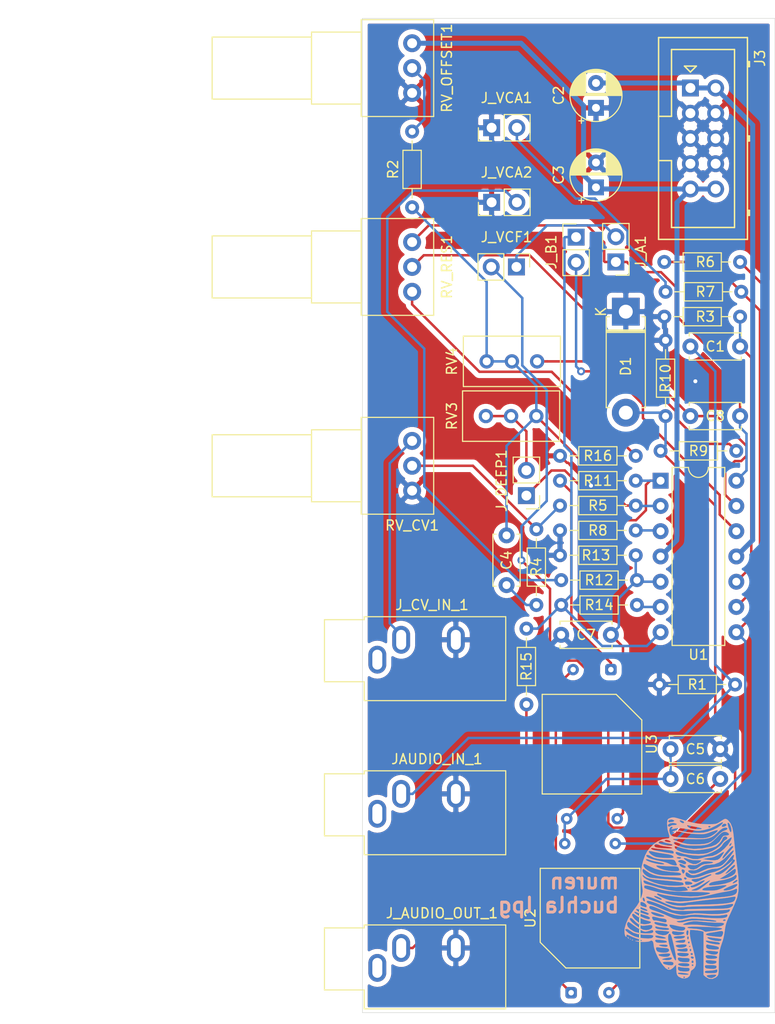
<source format=kicad_pcb>
(kicad_pcb (version 20171130) (host pcbnew 5.1.4)
  (layers (0 F.Cu signal) (31 B.Cu signal) (34 B.Paste user) (35 F.Paste user) (36 B.SilkS user) (37 F.SilkS user) (38 B.Mask user) (39 F.Mask user) (44 Edge.Cuts user))
  (net 0 "")
  (net 1 "Net-(C1-Pad2)")
  (net 2 "Net-(C1-Pad1)")
  (net 3 -12V)
  (net 4 GND)
  (net 5 +12V)
  (net 6 "Net-(C4-Pad2)")
  (net 7 "Net-(C4-Pad1)")
  (net 8 "Net-(C5-Pad1)")
  (net 9 "Net-(C6-Pad1)")
  (net 10 "Net-(C7-Pad1)")
  (net 11 "Net-(C8-Pad2)")
  (net 12 "Net-(C8-Pad1)")
  (net 13 "Net-(D1-Pad2)")
  (net 14 "Net-(R2-Pad2)")
  (net 15 "Net-(R4-Pad2)")
  (net 16 "Net-(R6-Pad2)")
  (net 17 "Net-(R6-Pad1)")
  (net 18 "Net-(R8-Pad1)")
  (net 19 "Net-(R9-Pad2)")
  (net 20 "Net-(R11-Pad2)")
  (net 21 "Net-(R14-Pad2)")
  (net 22 "Net-(R16-Pad1)")
  (net 23 "Net-(U2-Pad1)")
  (net 24 "Net-(J_A1-Pad2)")
  (net 25 "Net-(J_B1-Pad2)")
  (net 26 "Net-(J_B1-Pad1)")
  (net 27 "Net-(J_DEEP1-Pad2)")
  (net 28 "Net-(J_DEEP1-Pad1)")
  (net 29 "Net-(J_VCA1-Pad2)")
  (net 30 "Net-(J_VCA2-Pad2)")
  (net 31 "Net-(J_AUDIO_OUT_1-PadT)")
  (net 32 "Net-(J_AUDIO_OUT_1-PadS)")
  (net 33 "Net-(J_CV_IN_1-PadT)")
  (net 34 "Net-(J_CV_IN_1-PadS)")
  (net 35 "Net-(JAUDIO_IN_1-PadS)")
  (module fox_small (layer B.Cu) (at 129 142.5 180)
    (fp_text reference G*** hide)
    (fp_text value LOGO hide)
  )
  (module Connector_PinHeader_2.54mm:PinHeader_1x02_P2.54mm_Vertical (layer F.Cu) (at 112 79 270)
    (fp_text reference J_VCF1 (at -3 1 180) (layer F.SilkS))
    (fp_text value vcf)
    (pad 2 thru_hole oval (at 0 2.54 270) (size 1.7 1.7) (drill 1) (layers *.Cu *.Mask) (net 9 "Net-(C6-Pad1)"))
    (pad 1 thru_hole rect (at 0 0 270) (size 1.7 1.7) (drill 1) (layers *.Cu *.Mask) (net 24 "Net-(J_A1-Pad2)"))
  )
  (module Connector_Multicomp:Multicomp_MC9A12-1034_2x05_P2.54mm_Vertical (layer F.Cu) (at 129.5 61 270)
    (fp_text reference J3 (at -3 -7 90) (layer F.SilkS))
    (fp_text value Conn_02x05_Odd_Even)
    (pad 10 thru_hole circle (at 10.16 -2.54 270) (size 1.7 1.7) (drill 1) (layers *.Cu *.Mask) (net 5 +12V))
    (pad 9 thru_hole circle (at 10.16 0 270) (size 1.7 1.7) (drill 1) (layers *.Cu *.Mask) (net 5 +12V))
    (pad 8 thru_hole circle (at 7.62 -2.54 270) (size 1.7 1.7) (drill 1) (layers *.Cu *.Mask) (net 4 GND))
    (pad 7 thru_hole circle (at 7.62 0 270) (size 1.7 1.7) (drill 1) (layers *.Cu *.Mask) (net 4 GND))
    (pad 6 thru_hole circle (at 5.08 -2.54 270) (size 1.7 1.7) (drill 1) (layers *.Cu *.Mask) (net 4 GND))
    (pad 5 thru_hole circle (at 5.08 0 270) (size 1.7 1.7) (drill 1) (layers *.Cu *.Mask) (net 4 GND))
    (pad 4 thru_hole circle (at 2.54 -2.54 270) (size 1.7 1.7) (drill 1) (layers *.Cu *.Mask) (net 4 GND))
    (pad 3 thru_hole circle (at 2.54 0 270) (size 1.7 1.7) (drill 1) (layers *.Cu *.Mask) (net 4 GND))
    (pad 2 thru_hole circle (at 0 -2.54 270) (size 1.7 1.7) (drill 1) (layers *.Cu *.Mask) (net 3 -12V))
    (pad 1 thru_hole rect (at 0 0 270) (size 1.7 1.7) (drill 1) (layers *.Cu *.Mask) (net 3 -12V))
  )
  (module OptoDevice:PerkinElmer_VTL5C (layer F.Cu) (at 121.5 119.5 270)
    (fp_text reference U3 (at 7.5 -4.1 90) (layer F.SilkS))
    (fp_text value VTL5C)
    (pad 2 thru_hole circle (at 0 3.8 270) (size 1.15 1.15) (drill 0.55) (layers *.Cu *.Mask) (net 23 "Net-(U2-Pad1)"))
    (pad 4 thru_hole circle (at 15 4.44 270) (size 1.15 1.15) (drill 0.55) (layers *.Cu *.Mask) (net 8 "Net-(C5-Pad1)"))
    (pad 3 thru_hole circle (at 15 -0.64 270) (size 1.15 1.15) (drill 0.55) (layers *.Cu *.Mask) (net 10 "Net-(C7-Pad1)"))
    (pad 1 thru_hole roundrect (at 0 0 270) (size 1.15 1.15) (drill 0.55) (layers *.Cu *.Mask) (net 20 "Net-(R11-Pad2)"))
  )
  (module OptoDevice:PerkinElmer_VTL5C (layer F.Cu) (at 117.5 152 90)
    (fp_text reference U2 (at 7.5 -4.1 90) (layer F.SilkS))
    (fp_text value VTL5C)
    (pad 2 thru_hole circle (at 0 3.8 90) (size 1.15 1.15) (drill 0.55) (layers *.Cu *.Mask) (net 13 "Net-(D1-Pad2)"))
    (pad 4 thru_hole circle (at 15 4.44 90) (size 1.15 1.15) (drill 0.55) (layers *.Cu *.Mask) (net 17 "Net-(R6-Pad1)"))
    (pad 3 thru_hole circle (at 15 -0.64 90) (size 1.15 1.15) (drill 0.55) (layers *.Cu *.Mask) (net 8 "Net-(C5-Pad1)"))
    (pad 1 thru_hole roundrect (at 0 0 90) (size 1.15 1.15) (drill 0.55) (layers *.Cu *.Mask) (net 23 "Net-(U2-Pad1)"))
  )
  (module Package_DIP:DIP-14_W7.62mm (layer F.Cu) (at 126.5 100.5)
    (fp_text reference U1 (at 3.81 17.5) (layer F.SilkS))
    (fp_text value TL084)
    (pad 14 thru_hole oval (at 7.62 0) (size 1.6 1.6) (drill 0.8) (layers *.Cu *.Mask) (net 12 "Net-(C8-Pad1)"))
    (pad 7 thru_hole oval (at 0 15.24) (size 1.6 1.6) (drill 0.8) (layers *.Cu *.Mask) (net 26 "Net-(J_B1-Pad1)"))
    (pad 13 thru_hole oval (at 7.62 2.54) (size 1.6 1.6) (drill 0.8) (layers *.Cu *.Mask) (net 11 "Net-(C8-Pad2)"))
    (pad 6 thru_hole oval (at 0 12.7) (size 1.6 1.6) (drill 0.8) (layers *.Cu *.Mask) (net 21 "Net-(R14-Pad2)"))
    (pad 12 thru_hole oval (at 7.62 5.08) (size 1.6 1.6) (drill 0.8) (layers *.Cu *.Mask) (net 25 "Net-(J_B1-Pad2)"))
    (pad 5 thru_hole oval (at 0 10.16) (size 1.6 1.6) (drill 0.8) (layers *.Cu *.Mask) (net 10 "Net-(C7-Pad1)"))
    (pad 11 thru_hole oval (at 7.62 7.62) (size 1.6 1.6) (drill 0.8) (layers *.Cu *.Mask) (net 3 -12V))
    (pad 4 thru_hole oval (at 0 7.62) (size 1.6 1.6) (drill 0.8) (layers *.Cu *.Mask) (net 5 +12V))
    (pad 10 thru_hole oval (at 7.62 10.16) (size 1.6 1.6) (drill 0.8) (layers *.Cu *.Mask) (net 2 "Net-(C1-Pad1)"))
    (pad 3 thru_hole oval (at 0 5.08) (size 1.6 1.6) (drill 0.8) (layers *.Cu *.Mask) (net 18 "Net-(R8-Pad1)"))
    (pad 9 thru_hole oval (at 7.62 12.7) (size 1.6 1.6) (drill 0.8) (layers *.Cu *.Mask) (net 16 "Net-(R6-Pad2)"))
    (pad 2 thru_hole oval (at 0 2.54) (size 1.6 1.6) (drill 0.8) (layers *.Cu *.Mask) (net 7 "Net-(C4-Pad1)"))
    (pad 8 thru_hole oval (at 7.62 15.24) (size 1.6 1.6) (drill 0.8) (layers *.Cu *.Mask) (net 17 "Net-(R6-Pad1)"))
    (pad 1 thru_hole rect (at 0 0) (size 1.6 1.6) (drill 0.8) (layers *.Cu *.Mask) (net 28 "Net-(J_DEEP1-Pad1)"))
  )
  (module Potentiometer_THT:Potentiometer_Alps_RK097_Single_Horizontal (layer F.Cu) (at 101.5 76.5 180)
    (fp_text reference RV_RES1 (at -3.5 -2.5 90) (layer F.SilkS))
    (fp_text value 100k)
    (pad 1 thru_hole circle (at 0 0 180) (size 1.8 1.8) (drill 1) (layers *.Cu *.Mask) (net 12 "Net-(C8-Pad1)"))
    (pad 2 thru_hole circle (at 0 -2.5 180) (size 1.8 1.8) (drill 1) (layers *.Cu *.Mask) (net 11 "Net-(C8-Pad2)"))
    (pad 3 thru_hole circle (at 0 -5 180) (size 1.8 1.8) (drill 1) (layers *.Cu *.Mask) (net 22 "Net-(R16-Pad1)"))
  )
  (module Potentiometer_THT:Potentiometer_Bourns_3296W_Vertical (layer F.Cu) (at 114 94)
    (fp_text reference RV4 (at -8.5 -5.5 90) (layer F.SilkS))
    (fp_text value R_POT_TRIM)
    (pad 3 thru_hole circle (at -5.08 0) (size 1.44 1.44) (drill 0.8) (layers *.Cu *.Mask) (net 27 "Net-(J_DEEP1-Pad2)"))
    (pad 2 thru_hole circle (at -2.54 0) (size 1.44 1.44) (drill 0.8) (layers *.Cu *.Mask) (net 27 "Net-(J_DEEP1-Pad2)"))
    (pad 1 thru_hole circle (at 0 0) (size 1.44 1.44) (drill 0.8) (layers *.Cu *.Mask) (net 7 "Net-(C4-Pad1)"))
  )
  (module Potentiometer_THT:Potentiometer_Bourns_3296W_Vertical (layer F.Cu) (at 109 88.5 180)
    (fp_text reference RV3 (at 3.5 -5.5 90) (layer F.SilkS))
    (fp_text value R_POT_TRIM)
    (pad 3 thru_hole circle (at -5.08 0 180) (size 1.44 1.44) (drill 0.8) (layers *.Cu *.Mask) (net 19 "Net-(R9-Pad2)"))
    (pad 2 thru_hole circle (at -2.54 0 180) (size 1.44 1.44) (drill 0.8) (layers *.Cu *.Mask) (net 7 "Net-(C4-Pad1)"))
    (pad 1 thru_hole circle (at 0 0 180) (size 1.44 1.44) (drill 0.8) (layers *.Cu *.Mask) (net 7 "Net-(C4-Pad1)"))
  )
  (module Potentiometer_THT:Potentiometer_Alps_RK097_Single_Horizontal (layer F.Cu) (at 101.5 96.5 180)
    (fp_text reference RV_CV1 (at 0 -8.5) (layer F.SilkS))
    (fp_text value 100k)
    (pad 1 thru_hole circle (at 0 0 180) (size 1.8 1.8) (drill 1) (layers *.Cu *.Mask) (net 33 "Net-(J_CV_IN_1-PadT)"))
    (pad 2 thru_hole circle (at 0 -2.5 180) (size 1.8 1.8) (drill 1) (layers *.Cu *.Mask) (net 15 "Net-(R4-Pad2)"))
    (pad 3 thru_hole circle (at 0 -5 180) (size 1.8 1.8) (drill 1) (layers *.Cu *.Mask) (net 4 GND))
  )
  (module Potentiometer_THT:Potentiometer_Alps_RK097_Single_Horizontal (layer F.Cu) (at 101.5 56.5 180)
    (fp_text reference RV_OFFSET1 (at -3.5 -2.5 90) (layer F.SilkS))
    (fp_text value 100k)
    (pad 1 thru_hole circle (at 0 0 180) (size 1.8 1.8) (drill 1) (layers *.Cu *.Mask) (net 5 +12V))
    (pad 2 thru_hole circle (at 0 -2.5 180) (size 1.8 1.8) (drill 1) (layers *.Cu *.Mask) (net 14 "Net-(R2-Pad2)"))
    (pad 3 thru_hole circle (at 0 -5 180) (size 1.8 1.8) (drill 1) (layers *.Cu *.Mask) (net 4 GND))
  )
  (module Resistor_THT:R_Axial_DIN0204_L3.6mm_D1.6mm_P7.62mm_Horizontal (layer F.Cu) (at 124 98 180)
    (fp_text reference R16 (at 3.81 0) (layer F.SilkS))
    (fp_text value 100k)
    (pad 2 thru_hole oval (at 7.62 0 180) (size 1.4 1.4) (drill 0.7) (layers *.Cu *.Mask) (net 4 GND))
    (pad 1 thru_hole circle (at 0 0 180) (size 1.4 1.4) (drill 0.7) (layers *.Cu *.Mask) (net 22 "Net-(R16-Pad1)"))
  )
  (module Resistor_THT:R_Axial_DIN0204_L3.6mm_D1.6mm_P7.62mm_Horizontal (layer F.Cu) (at 113 123 90)
    (fp_text reference R15 (at 3.81 0 90) (layer F.SilkS))
    (fp_text value 1k)
    (pad 2 thru_hole oval (at 7.62 0 90) (size 1.4 1.4) (drill 0.7) (layers *.Cu *.Mask) (net 26 "Net-(J_B1-Pad1)"))
    (pad 1 thru_hole circle (at 0 0 90) (size 1.4 1.4) (drill 0.7) (layers *.Cu *.Mask) (net 31 "Net-(J_AUDIO_OUT_1-PadT)"))
  )
  (module Resistor_THT:R_Axial_DIN0204_L3.6mm_D1.6mm_P7.62mm_Horizontal (layer F.Cu) (at 116.5 113)
    (fp_text reference R14 (at 3.81 0) (layer F.SilkS))
    (fp_text value 10k)
    (pad 2 thru_hole oval (at 7.62 0) (size 1.4 1.4) (drill 0.7) (layers *.Cu *.Mask) (net 21 "Net-(R14-Pad2)"))
    (pad 1 thru_hole circle (at 0 0) (size 1.4 1.4) (drill 0.7) (layers *.Cu *.Mask) (net 26 "Net-(J_B1-Pad1)"))
  )
  (module Resistor_THT:R_Axial_DIN0204_L3.6mm_D1.6mm_P7.62mm_Horizontal (layer F.Cu) (at 124 108 180)
    (fp_text reference R13 (at 4 0) (layer F.SilkS))
    (fp_text value 4.7M)
    (pad 2 thru_hole oval (at 7.62 0 180) (size 1.4 1.4) (drill 0.7) (layers *.Cu *.Mask) (net 4 GND))
    (pad 1 thru_hole circle (at 0 0 180) (size 1.4 1.4) (drill 0.7) (layers *.Cu *.Mask) (net 10 "Net-(C7-Pad1)"))
  )
  (module Resistor_THT:R_Axial_DIN0204_L3.6mm_D1.6mm_P7.62mm_Horizontal (layer F.Cu) (at 116.5 110.5)
    (fp_text reference R12 (at 3.81 0) (layer F.SilkS))
    (fp_text value 10k)
    (pad 2 thru_hole oval (at 7.62 0) (size 1.4 1.4) (drill 0.7) (layers *.Cu *.Mask) (net 10 "Net-(C7-Pad1)"))
    (pad 1 thru_hole circle (at 0 0) (size 1.4 1.4) (drill 0.7) (layers *.Cu *.Mask) (net 30 "Net-(J_VCA2-Pad2)"))
  )
  (module Resistor_THT:R_Axial_DIN0204_L3.6mm_D1.6mm_P7.62mm_Horizontal (layer F.Cu) (at 124 100.5 180)
    (fp_text reference R11 (at 3.81 0) (layer F.SilkS))
    (fp_text value 470)
    (pad 2 thru_hole oval (at 7.62 0 180) (size 1.4 1.4) (drill 0.7) (layers *.Cu *.Mask) (net 20 "Net-(R11-Pad2)"))
    (pad 1 thru_hole circle (at 0 0 180) (size 1.4 1.4) (drill 0.7) (layers *.Cu *.Mask) (net 28 "Net-(J_DEEP1-Pad1)"))
  )
  (module Resistor_THT:R_Axial_DIN0204_L3.6mm_D1.6mm_P7.62mm_Horizontal (layer F.Cu) (at 127 94 90)
    (fp_text reference R10 (at 3.81 0 90) (layer F.SilkS))
    (fp_text value 100k)
    (pad 2 thru_hole oval (at 7.62 0 90) (size 1.4 1.4) (drill 0.7) (layers *.Cu *.Mask) (net 4 GND))
    (pad 1 thru_hole circle (at 0 0 90) (size 1.4 1.4) (drill 0.7) (layers *.Cu *.Mask) (net 13 "Net-(D1-Pad2)"))
  )
  (module Resistor_THT:R_Axial_DIN0204_L3.6mm_D1.6mm_P7.62mm_Horizontal (layer F.Cu) (at 126.5 97.5)
    (fp_text reference R9 (at 3.81 0) (layer F.SilkS))
    (fp_text value 33k)
    (pad 2 thru_hole oval (at 7.62 0) (size 1.4 1.4) (drill 0.7) (layers *.Cu *.Mask) (net 19 "Net-(R9-Pad2)"))
    (pad 1 thru_hole circle (at 0 0) (size 1.4 1.4) (drill 0.7) (layers *.Cu *.Mask) (net 13 "Net-(D1-Pad2)"))
  )
  (module Resistor_THT:R_Axial_DIN0204_L3.6mm_D1.6mm_P7.62mm_Horizontal (layer F.Cu) (at 124 105.5 180)
    (fp_text reference R8 (at 3.81 0) (layer F.SilkS))
    (fp_text value 10k)
    (pad 2 thru_hole oval (at 7.62 0 180) (size 1.4 1.4) (drill 0.7) (layers *.Cu *.Mask) (net 4 GND))
    (pad 1 thru_hole circle (at 0 0 180) (size 1.4 1.4) (drill 0.7) (layers *.Cu *.Mask) (net 18 "Net-(R8-Pad1)"))
  )
  (module Resistor_THT:R_Axial_DIN0204_L3.6mm_D1.6mm_P7.62mm_Horizontal (layer F.Cu) (at 127 81.5)
    (fp_text reference R7 (at 4 0) (layer F.SilkS))
    (fp_text value 15k)
    (pad 2 thru_hole oval (at 7.62 0) (size 1.4 1.4) (drill 0.7) (layers *.Cu *.Mask) (net 16 "Net-(R6-Pad2)"))
    (pad 1 thru_hole circle (at 0 0) (size 1.4 1.4) (drill 0.7) (layers *.Cu *.Mask) (net 29 "Net-(J_VCA1-Pad2)"))
  )
  (module Resistor_THT:R_Axial_DIN0204_L3.6mm_D1.6mm_P7.62mm_Horizontal (layer F.Cu) (at 134.5 78.5 180)
    (fp_text reference R6 (at 3.5 0) (layer F.SilkS))
    (fp_text value 15k)
    (pad 2 thru_hole oval (at 7.62 0 180) (size 1.4 1.4) (drill 0.7) (layers *.Cu *.Mask) (net 16 "Net-(R6-Pad2)"))
    (pad 1 thru_hole circle (at 0 0 180) (size 1.4 1.4) (drill 0.7) (layers *.Cu *.Mask) (net 17 "Net-(R6-Pad1)"))
  )
  (module Resistor_THT:R_Axial_DIN0204_L3.6mm_D1.6mm_P7.62mm_Horizontal (layer F.Cu) (at 124 103 180)
    (fp_text reference R5 (at 3.81 0) (layer F.SilkS))
    (fp_text value 100k)
    (pad 2 thru_hole oval (at 7.62 0 180) (size 1.4 1.4) (drill 0.7) (layers *.Cu *.Mask) (net 15 "Net-(R4-Pad2)"))
    (pad 1 thru_hole circle (at 0 0 180) (size 1.4 1.4) (drill 0.7) (layers *.Cu *.Mask) (net 7 "Net-(C4-Pad1)"))
  )
  (module Resistor_THT:R_Axial_DIN0204_L3.6mm_D1.6mm_P7.62mm_Horizontal (layer F.Cu) (at 114 113 90)
    (fp_text reference R4 (at 3.81 0 90) (layer F.SilkS))
    (fp_text value 470k)
    (pad 2 thru_hole oval (at 7.62 0 90) (size 1.4 1.4) (drill 0.7) (layers *.Cu *.Mask) (net 15 "Net-(R4-Pad2)"))
    (pad 1 thru_hole circle (at 0 0 90) (size 1.4 1.4) (drill 0.7) (layers *.Cu *.Mask) (net 6 "Net-(C4-Pad2)"))
  )
  (module Resistor_THT:R_Axial_DIN0204_L3.6mm_D1.6mm_P7.62mm_Horizontal (layer F.Cu) (at 134.5 84 180)
    (fp_text reference R3 (at 3.5 0) (layer F.SilkS))
    (fp_text value 100k)
    (pad 2 thru_hole oval (at 7.62 0 180) (size 1.4 1.4) (drill 0.7) (layers *.Cu *.Mask) (net 4 GND))
    (pad 1 thru_hole circle (at 0 0 180) (size 1.4 1.4) (drill 0.7) (layers *.Cu *.Mask) (net 2 "Net-(C1-Pad1)"))
  )
  (module Resistor_THT:R_Axial_DIN0204_L3.6mm_D1.6mm_P7.62mm_Horizontal (layer F.Cu) (at 101.5 73 90)
    (fp_text reference R2 (at 3.81 -1.92 90) (layer F.SilkS))
    (fp_text value 150k)
    (pad 2 thru_hole oval (at 7.62 0 90) (size 1.4 1.4) (drill 0.7) (layers *.Cu *.Mask) (net 14 "Net-(R2-Pad2)"))
    (pad 1 thru_hole circle (at 0 0 90) (size 1.4 1.4) (drill 0.7) (layers *.Cu *.Mask) (net 7 "Net-(C4-Pad1)"))
  )
  (module Resistor_THT:R_Axial_DIN0204_L3.6mm_D1.6mm_P7.62mm_Horizontal (layer F.Cu) (at 134 121 180)
    (fp_text reference R1 (at 3.81 0) (layer F.SilkS))
    (fp_text value 100k)
    (pad 2 thru_hole oval (at 7.62 0 180) (size 1.4 1.4) (drill 0.7) (layers *.Cu *.Mask) (net 4 GND))
    (pad 1 thru_hole circle (at 0 0 180) (size 1.4 1.4) (drill 0.7) (layers *.Cu *.Mask) (net 1 "Net-(C1-Pad2)"))
  )
  (module Connector_Audio:Jack_3.5mm_CUI_SJ1-3533NG_Horizontal (layer F.Cu) (at 98 149.5 90)
    (fp_text reference J_AUDIO_OUT_1 (at 5.5 6.5 180) (layer F.SilkS))
    (fp_text value "Audio out")
    (pad R thru_hole oval (at 2 7.9 90) (size 2.8 1.8) (drill oval 2 1) (layers *.Cu *.Mask) (net 4 GND))
    (pad T thru_hole oval (at 2 2.4 90) (size 2.8 1.8) (drill oval 2 1) (layers *.Cu *.Mask) (net 31 "Net-(J_AUDIO_OUT_1-PadT)"))
    (pad S thru_hole oval (at 0 0 90) (size 2.8 1.8) (drill oval 2 1) (layers *.Cu *.Mask) (net 32 "Net-(J_AUDIO_OUT_1-PadS)"))
  )
  (module Connector_PinHeader_2.54mm:PinHeader_1x02_P2.54mm_Vertical (layer F.Cu) (at 122 78.5 180)
    (fp_text reference J_A1 (at -2.5 1 90) (layer F.SilkS))
    (fp_text value jpa)
    (pad 2 thru_hole oval (at 0 2.54 180) (size 1.7 1.7) (drill 1) (layers *.Cu *.Mask) (net 24 "Net-(J_A1-Pad2)"))
    (pad 1 thru_hole rect (at 0 0 180) (size 1.7 1.7) (drill 1) (layers *.Cu *.Mask) (net 12 "Net-(C8-Pad1)"))
  )
  (module Connector_PinHeader_2.54mm:PinHeader_1x02_P2.54mm_Vertical (layer F.Cu) (at 118 76)
    (fp_text reference J_B1 (at -2.5 1.5 90) (layer F.SilkS))
    (fp_text value jpb)
    (pad 2 thru_hole oval (at 0 2.54) (size 1.7 1.7) (drill 1) (layers *.Cu *.Mask) (net 25 "Net-(J_B1-Pad2)"))
    (pad 1 thru_hole rect (at 0 0) (size 1.7 1.7) (drill 1) (layers *.Cu *.Mask) (net 26 "Net-(J_B1-Pad1)"))
  )
  (module Connector_PinHeader_2.54mm:PinHeader_1x02_P2.54mm_Vertical (layer F.Cu) (at 109.5 72.5 90)
    (fp_text reference J_VCA2 (at 3 1.5 180) (layer F.SilkS))
    (fp_text value vca2)
    (pad 2 thru_hole oval (at 0 2.54 90) (size 1.7 1.7) (drill 1) (layers *.Cu *.Mask) (net 30 "Net-(J_VCA2-Pad2)"))
    (pad 1 thru_hole rect (at 0 0 90) (size 1.7 1.7) (drill 1) (layers *.Cu *.Mask) (net 4 GND))
  )
  (module Connector_PinHeader_2.54mm:PinHeader_1x02_P2.54mm_Vertical (layer F.Cu) (at 113 102 180)
    (fp_text reference J_DEEP1 (at 2.5 1.5 90) (layer F.SilkS))
    (fp_text value deep)
    (pad 2 thru_hole oval (at 0 2.54 180) (size 1.7 1.7) (drill 1) (layers *.Cu *.Mask) (net 27 "Net-(J_DEEP1-Pad2)"))
    (pad 1 thru_hole rect (at 0 0 180) (size 1.7 1.7) (drill 1) (layers *.Cu *.Mask) (net 28 "Net-(J_DEEP1-Pad1)"))
  )
  (module Connector_PinHeader_2.54mm:PinHeader_1x02_P2.54mm_Vertical (layer F.Cu) (at 109.5 65 90)
    (fp_text reference J_VCA1 (at 3 1.5 180) (layer F.SilkS))
    (fp_text value vca1)
    (pad 2 thru_hole oval (at 0 2.54 90) (size 1.7 1.7) (drill 1) (layers *.Cu *.Mask) (net 29 "Net-(J_VCA1-Pad2)"))
    (pad 1 thru_hole rect (at 0 0 90) (size 1.7 1.7) (drill 1) (layers *.Cu *.Mask) (net 4 GND))
  )
  (module Connector_Audio:Jack_3.5mm_CUI_SJ1-3533NG_Horizontal (layer F.Cu) (at 98 118.5 90)
    (fp_text reference J_CV_IN_1 (at 5.5 5.5 180) (layer F.SilkS))
    (fp_text value "CV In")
    (pad R thru_hole oval (at 2 7.9 90) (size 2.8 1.8) (drill oval 2 1) (layers *.Cu *.Mask) (net 4 GND))
    (pad T thru_hole oval (at 2 2.4 90) (size 2.8 1.8) (drill oval 2 1) (layers *.Cu *.Mask) (net 33 "Net-(J_CV_IN_1-PadT)"))
    (pad S thru_hole oval (at 0 0 90) (size 2.8 1.8) (drill oval 2 1) (layers *.Cu *.Mask) (net 34 "Net-(J_CV_IN_1-PadS)"))
  )
  (module Connector_Audio:Jack_3.5mm_CUI_SJ1-3533NG_Horizontal (layer F.Cu) (at 98 134 90)
    (fp_text reference JAUDIO_IN_1 (at 5.5 6 180) (layer F.SilkS))
    (fp_text value "Audio In")
    (pad R thru_hole oval (at 2 7.9 90) (size 2.8 1.8) (drill oval 2 1) (layers *.Cu *.Mask) (net 4 GND))
    (pad T thru_hole oval (at 2 2.4 90) (size 2.8 1.8) (drill oval 2 1) (layers *.Cu *.Mask) (net 1 "Net-(C1-Pad2)"))
    (pad S thru_hole oval (at 0 0 90) (size 2.8 1.8) (drill oval 2 1) (layers *.Cu *.Mask) (net 35 "Net-(JAUDIO_IN_1-PadS)"))
  )
  (module Diode_THT:D_5W_P10.16mm_Horizontal (layer F.Cu) (at 123 83.5 270)
    (fp_text reference D1 (at 5.5 0 90) (layer F.SilkS))
    (fp_text value "D_Zener 3.9v")
    (fp_text user K (at 0 2.5 90) (layer F.SilkS))
    (pad 2 thru_hole oval (at 10.16 0 270) (size 2.8 2.8) (drill 1.4) (layers *.Cu *.Mask) (net 13 "Net-(D1-Pad2)"))
    (pad 1 thru_hole rect (at 0 0 270) (size 2.8 2.8) (drill 1.4) (layers *.Cu *.Mask) (net 4 GND))
  )
  (module Capacitor_THT:C_Disc_D5.0mm_W2.5mm_P5.00mm (layer F.Cu) (at 134.5 94 180)
    (fp_text reference C8 (at 2.5 0) (layer F.SilkS))
    (fp_text value 220pf)
    (pad 2 thru_hole circle (at 5 0 180) (size 1.6 1.6) (drill 0.8) (layers *.Cu *.Mask) (net 11 "Net-(C8-Pad2)"))
    (pad 1 thru_hole circle (at 0 0 180) (size 1.6 1.6) (drill 0.8) (layers *.Cu *.Mask) (net 12 "Net-(C8-Pad1)"))
  )
  (module Capacitor_THT:C_Disc_D5.0mm_W2.5mm_P5.00mm (layer F.Cu) (at 121.5 116 180)
    (fp_text reference C7 (at 2.5 0) (layer F.SilkS))
    (fp_text value 1nf)
    (pad 2 thru_hole circle (at 5 0 180) (size 1.6 1.6) (drill 0.8) (layers *.Cu *.Mask) (net 4 GND))
    (pad 1 thru_hole circle (at 0 0 180) (size 1.6 1.6) (drill 0.8) (layers *.Cu *.Mask) (net 10 "Net-(C7-Pad1)"))
  )
  (module Capacitor_THT:C_Disc_D5.0mm_W2.5mm_P5.00mm (layer F.Cu) (at 132.5 130.5 180)
    (fp_text reference C6 (at 2.5 0) (layer F.SilkS))
    (fp_text value 4.7nf)
    (pad 2 thru_hole circle (at 5 0 180) (size 1.6 1.6) (drill 0.8) (layers *.Cu *.Mask) (net 8 "Net-(C5-Pad1)"))
    (pad 1 thru_hole circle (at 0 0 180) (size 1.6 1.6) (drill 0.8) (layers *.Cu *.Mask) (net 9 "Net-(C6-Pad1)"))
  )
  (module Capacitor_THT:C_Disc_D5.0mm_W2.5mm_P5.00mm (layer F.Cu) (at 127.5 127.5)
    (fp_text reference C5 (at 2.5 0) (layer F.SilkS))
    (fp_text value 220pf)
    (pad 2 thru_hole circle (at 5 0) (size 1.6 1.6) (drill 0.8) (layers *.Cu *.Mask) (net 4 GND))
    (pad 1 thru_hole circle (at 0 0) (size 1.6 1.6) (drill 0.8) (layers *.Cu *.Mask) (net 8 "Net-(C5-Pad1)"))
  )
  (module Capacitor_THT:C_Disc_D5.0mm_W2.5mm_P5.00mm (layer F.Cu) (at 111 106 270)
    (fp_text reference C4 (at 2.5 0 90) (layer F.SilkS))
    (fp_text value 2nf)
    (pad 2 thru_hole circle (at 5 0 270) (size 1.6 1.6) (drill 0.8) (layers *.Cu *.Mask) (net 6 "Net-(C4-Pad2)"))
    (pad 1 thru_hole circle (at 0 0 270) (size 1.6 1.6) (drill 0.8) (layers *.Cu *.Mask) (net 7 "Net-(C4-Pad1)"))
  )
  (module Capacitor_THT:CP_Radial_D5.0mm_P2.50mm (layer F.Cu) (at 120 71 90)
    (fp_text reference C3 (at 1.25 -3.75 90) (layer F.SilkS))
    (fp_text value 22µf)
    (pad 2 thru_hole circle (at 2.5 0 90) (size 1.6 1.6) (drill 0.8) (layers *.Cu *.Mask) (net 4 GND))
    (pad 1 thru_hole rect (at 0 0 90) (size 1.6 1.6) (drill 0.8) (layers *.Cu *.Mask) (net 5 +12V))
  )
  (module Capacitor_THT:CP_Radial_D5.0mm_P2.50mm (layer F.Cu) (at 120 63 90)
    (fp_text reference C2 (at 1.25 -3.75 90) (layer F.SilkS))
    (fp_text value 22µf)
    (pad 2 thru_hole circle (at 2.5 0 90) (size 1.6 1.6) (drill 0.8) (layers *.Cu *.Mask) (net 3 -12V))
    (pad 1 thru_hole rect (at 0 0 90) (size 1.6 1.6) (drill 0.8) (layers *.Cu *.Mask) (net 4 GND))
  )
  (module Capacitor_THT:C_Disc_D5.0mm_W2.5mm_P5.00mm (layer F.Cu) (at 134.5 87 180)
    (fp_text reference C1 (at 2.5 0) (layer F.SilkS))
    (fp_text value 1µf)
    (pad 2 thru_hole circle (at 5 0 180) (size 1.6 1.6) (drill 0.8) (layers *.Cu *.Mask) (net 1 "Net-(C1-Pad2)"))
    (pad 1 thru_hole circle (at 0 0 180) (size 1.6 1.6) (drill 0.8) (layers *.Cu *.Mask) (net 2 "Net-(C1-Pad1)"))
  )
  (gr_text "muren\nbuchla lpg" (at 122.5 142) (layer B.SilkS) (effects (font (size 1.5 1.5) (thickness 0.3)) (justify left mirror)))
  (gr_line (start 96.5 54) (end 96.5 154) (layer Edge.Cuts) (width 0.05))
  (gr_line (start 138 54) (end 96.5 54) (layer Edge.Cuts) (width 0.05))
  (gr_line (start 138 154) (end 138 54) (layer Edge.Cuts) (width 0.05))
  (gr_line (start 96.5 154) (end 138 154) (layer Edge.Cuts) (width 0.05))
  (segment (start 107.175001 126.374999) (end 101.55 132) (width 0.25) (layer B.Cu) (net 1))
  (segment (start 128.625001 126.374999) (end 107.175001 126.374999) (width 0.25) (layer B.Cu) (net 1))
  (segment (start 101.55 132) (end 100.4 132) (width 0.25) (layer B.Cu) (net 1))
  (segment (start 134 121) (end 128.625001 126.374999) (width 0.25) (layer B.Cu) (net 1))
  (segment (start 132 119) (end 133.300001 120.300001) (width 0.25) (layer B.Cu) (net 1))
  (segment (start 132 89.5) (end 132 119) (width 0.25) (layer B.Cu) (net 1))
  (segment (start 133.300001 120.300001) (end 134 121) (width 0.25) (layer B.Cu) (net 1))
  (segment (start 129.5 87) (end 132 89.5) (width 0.25) (layer B.Cu) (net 1))
  (segment (start 134.5 87) (end 134.5 84) (width 0.25) (layer B.Cu) (net 2))
  (segment (start 135.625001 88.125001) (end 135.299999 87.799999) (width 0.25) (layer F.Cu) (net 2))
  (segment (start 135.625001 109.154999) (end 135.625001 88.125001) (width 0.25) (layer F.Cu) (net 2))
  (segment (start 135.299999 87.799999) (end 134.5 87) (width 0.25) (layer F.Cu) (net 2))
  (segment (start 134.12 110.66) (end 135.625001 109.154999) (width 0.25) (layer F.Cu) (net 2))
  (segment (start 132.04 61) (end 129.5 61) (width 0.5) (layer B.Cu) (net 3))
  (segment (start 129 60.5) (end 129.5 61) (width 0.5) (layer B.Cu) (net 3))
  (segment (start 120 60.5) (end 129 60.5) (width 0.5) (layer B.Cu) (net 3))
  (segment (start 135.770001 64.730001) (end 135.02 63.98) (width 0.5) (layer B.Cu) (net 3))
  (segment (start 135.770001 106.469999) (end 135.770001 64.730001) (width 0.5) (layer B.Cu) (net 3))
  (segment (start 134.12 108.12) (end 135.770001 106.469999) (width 0.5) (layer B.Cu) (net 3))
  (segment (start 132.04 61) (end 135.02 63.98) (width 0.5) (layer B.Cu) (net 3))
  (segment (start 117.079999 98.699999) (end 117.199999 98.699999) (width 0.25) (layer F.Cu) (net 4))
  (segment (start 116.38 98) (end 117.079999 98.699999) (width 0.25) (layer F.Cu) (net 4))
  (segment (start 117.199999 98.699999) (end 119.5 101) (width 0.25) (layer F.Cu) (net 4))
  (segment (start 119.5 101) (end 119.5 101) (width 0.25) (layer F.Cu) (net 4))
  (via (at 119.5 101) (size 0.8) (drill 0.4) (layers F.Cu B.Cu) (net 4))
  (via (at 130 90.5) (size 0.8) (drill 0.4) (layers F.Cu B.Cu) (net 4))
  (segment (start 132.04 71.16) (end 129.5 71.16) (width 0.5) (layer B.Cu) (net 5))
  (segment (start 120.16 71.16) (end 120 71) (width 0.5) (layer B.Cu) (net 5))
  (segment (start 129.5 71.16) (end 120.16 71.16) (width 0.5) (layer B.Cu) (net 5))
  (segment (start 118.749999 69.749999) (end 120 71) (width 0.5) (layer B.Cu) (net 5))
  (segment (start 118.749999 62.785997) (end 118.749999 69.749999) (width 0.5) (layer B.Cu) (net 5))
  (segment (start 112.464002 56.5) (end 118.749999 62.785997) (width 0.5) (layer B.Cu) (net 5))
  (segment (start 101.5 56.5) (end 112.464002 56.5) (width 0.5) (layer B.Cu) (net 5))
  (segment (start 127.299999 107.320001) (end 126.5 108.12) (width 0.5) (layer B.Cu) (net 5))
  (segment (start 128.120003 106.5) (end 127.299999 107.320001) (width 0.5) (layer B.Cu) (net 5))
  (segment (start 128.150001 106) (end 128.120003 106.5) (width 0.5) (layer B.Cu) (net 5))
  (segment (start 129.5 71.16) (end 128.150001 72.509999) (width 0.5) (layer B.Cu) (net 5))
  (segment (start 128.150001 72.509999) (end 128.150001 106) (width 0.5) (layer B.Cu) (net 5))
  (segment (start 113 113) (end 114 113) (width 0.25) (layer B.Cu) (net 6))
  (segment (start 111 111) (end 113 113) (width 0.25) (layer B.Cu) (net 6))
  (segment (start 124.04 103.04) (end 124 103) (width 0.25) (layer B.Cu) (net 7))
  (segment (start 126.5 103.04) (end 124.04 103.04) (width 0.25) (layer B.Cu) (net 7))
  (segment (start 109 88.5) (end 111.54 88.5) (width 0.25) (layer B.Cu) (net 7))
  (segment (start 114 90.96) (end 114 94) (width 0.25) (layer B.Cu) (net 7))
  (segment (start 111.54 88.5) (end 114 90.96) (width 0.25) (layer B.Cu) (net 7))
  (segment (start 109 80.5) (end 109 88.5) (width 0.25) (layer B.Cu) (net 7))
  (segment (start 101.5 73) (end 109 80.5) (width 0.25) (layer B.Cu) (net 7))
  (segment (start 111 97) (end 114 94) (width 0.25) (layer B.Cu) (net 7))
  (segment (start 111 106) (end 111 97) (width 0.25) (layer B.Cu) (net 7))
  (segment (start 123 103) (end 114 94) (width 0.25) (layer F.Cu) (net 7))
  (segment (start 124 103) (end 123 103) (width 0.25) (layer F.Cu) (net 7))
  (segment (start 116.86 134.7) (end 117.06 134.5) (width 0.25) (layer B.Cu) (net 8))
  (segment (start 116.86 137) (end 116.86 134.7) (width 0.25) (layer B.Cu) (net 8))
  (segment (start 121.06 130.5) (end 127.5 130.5) (width 0.25) (layer B.Cu) (net 8))
  (segment (start 117.06 134.5) (end 121.06 130.5) (width 0.25) (layer B.Cu) (net 8))
  (segment (start 127.5 127.5) (end 127.5 130.5) (width 0.25) (layer B.Cu) (net 8))
  (segment (start 115.045001 102.539999) (end 112.5 105.085) (width 0.25) (layer B.Cu) (net 9))
  (segment (start 115.045001 91.368591) (end 115.045001 102.539999) (width 0.25) (layer B.Cu) (net 9))
  (segment (start 112.585001 88.908591) (end 115.045001 91.368591) (width 0.25) (layer B.Cu) (net 9))
  (segment (start 109.46 79) (end 112.585001 82.125001) (width 0.25) (layer B.Cu) (net 9))
  (segment (start 112.585001 82.125001) (end 112.585001 88.908591) (width 0.25) (layer B.Cu) (net 9))
  (segment (start 112.5 105.085) (end 112.5 108.5) (width 0.25) (layer B.Cu) (net 9))
  (segment (start 112.5 108.5) (end 112.5 108.5) (width 0.25) (layer B.Cu) (net 9))
  (via (at 112.5 108.5) (size 0.8) (drill 0.4) (layers F.Cu B.Cu) (net 9))
  (segment (start 131.700001 131.299999) (end 132.5 130.5) (width 0.25) (layer F.Cu) (net 9))
  (segment (start 127.599999 135.400001) (end 131.700001 131.299999) (width 0.25) (layer F.Cu) (net 9))
  (segment (start 121.707999 135.400001) (end 127.599999 135.400001) (width 0.25) (layer F.Cu) (net 9))
  (segment (start 121.239999 134.932001) (end 121.707999 135.400001) (width 0.25) (layer F.Cu) (net 9))
  (segment (start 121.239999 121.707997) (end 121.239999 134.932001) (width 0.25) (layer F.Cu) (net 9))
  (segment (start 118.132001 118.599999) (end 121.239999 121.707997) (width 0.25) (layer F.Cu) (net 9))
  (segment (start 117.099999 118.599999) (end 118.132001 118.599999) (width 0.25) (layer F.Cu) (net 9))
  (segment (start 115.374999 116.874999) (end 117.099999 118.599999) (width 0.25) (layer F.Cu) (net 9))
  (segment (start 115.374999 111.374999) (end 115.374999 116.874999) (width 0.25) (layer F.Cu) (net 9))
  (segment (start 112.5 108.5) (end 115.374999 111.374999) (width 0.25) (layer F.Cu) (net 9))
  (segment (start 124.28 110.66) (end 124.12 110.5) (width 0.25) (layer B.Cu) (net 10))
  (segment (start 126.5 110.66) (end 124.28 110.66) (width 0.25) (layer B.Cu) (net 10))
  (segment (start 124 110.38) (end 124.12 110.5) (width 0.25) (layer B.Cu) (net 10))
  (segment (start 124 108) (end 124 110.38) (width 0.25) (layer B.Cu) (net 10))
  (segment (start 123.420001 111.199999) (end 124.12 110.5) (width 0.25) (layer B.Cu) (net 10))
  (segment (start 122.299999 112.320001) (end 123.420001 111.199999) (width 0.25) (layer B.Cu) (net 10))
  (segment (start 122.299999 115.200001) (end 122.299999 112.320001) (width 0.25) (layer B.Cu) (net 10))
  (segment (start 121.5 116) (end 122.299999 115.200001) (width 0.25) (layer B.Cu) (net 10))
  (segment (start 122.714999 133.925001) (end 122.14 134.5) (width 0.25) (layer F.Cu) (net 10))
  (segment (start 122.714999 117.214999) (end 122.714999 133.925001) (width 0.25) (layer F.Cu) (net 10))
  (segment (start 121.5 116) (end 122.714999 117.214999) (width 0.25) (layer F.Cu) (net 10))
  (segment (start 102.399999 78.100001) (end 101.5 79) (width 0.25) (layer F.Cu) (net 11))
  (segment (start 102.675001 77.824999) (end 102.399999 78.100001) (width 0.25) (layer F.Cu) (net 11))
  (segment (start 113.324999 77.824999) (end 102.675001 77.824999) (width 0.25) (layer F.Cu) (net 11))
  (segment (start 129.5 94) (end 113.324999 77.824999) (width 0.25) (layer F.Cu) (net 11))
  (segment (start 130.63137 94) (end 129.5 94) (width 0.25) (layer F.Cu) (net 11))
  (segment (start 132.137002 94) (end 130.63137 94) (width 0.25) (layer F.Cu) (net 11))
  (segment (start 135.145001 97.007999) (end 132.137002 94) (width 0.25) (layer F.Cu) (net 11))
  (segment (start 135.145001 97.992001) (end 135.145001 97.007999) (width 0.25) (layer F.Cu) (net 11))
  (segment (start 134.612001 98.525001) (end 135.145001 97.992001) (width 0.25) (layer F.Cu) (net 11))
  (segment (start 133.974999 98.525001) (end 134.612001 98.525001) (width 0.25) (layer F.Cu) (net 11))
  (segment (start 132.994999 99.505001) (end 133.974999 98.525001) (width 0.25) (layer F.Cu) (net 11))
  (segment (start 132.994999 101.914999) (end 132.994999 99.505001) (width 0.25) (layer F.Cu) (net 11))
  (segment (start 134.12 103.04) (end 132.994999 101.914999) (width 0.25) (layer F.Cu) (net 11))
  (segment (start 134.5 95.13137) (end 134.5 94) (width 0.25) (layer B.Cu) (net 12))
  (segment (start 135.145001 95.776371) (end 134.5 95.13137) (width 0.25) (layer B.Cu) (net 12))
  (segment (start 135.145001 99.474999) (end 135.145001 95.776371) (width 0.25) (layer B.Cu) (net 12))
  (segment (start 134.12 100.5) (end 135.145001 99.474999) (width 0.25) (layer B.Cu) (net 12))
  (segment (start 123.1 78.5) (end 122 78.5) (width 0.25) (layer F.Cu) (net 12))
  (segment (start 126.542003 79.525001) (end 124.125001 79.525001) (width 0.25) (layer F.Cu) (net 12))
  (segment (start 128.025001 81.007999) (end 126.542003 79.525001) (width 0.25) (layer F.Cu) (net 12))
  (segment (start 124.125001 79.525001) (end 123.1 78.5) (width 0.25) (layer F.Cu) (net 12))
  (segment (start 128.025001 83.859999) (end 128.025001 81.007999) (width 0.25) (layer F.Cu) (net 12))
  (segment (start 134.5 90.334998) (end 128.025001 83.859999) (width 0.25) (layer F.Cu) (net 12))
  (segment (start 134.5 94) (end 134.5 90.334998) (width 0.25) (layer F.Cu) (net 12))
  (segment (start 103.175001 74.824999) (end 102.399999 75.600001) (width 0.25) (layer F.Cu) (net 12))
  (segment (start 119.110001 74.824999) (end 103.175001 74.824999) (width 0.25) (layer F.Cu) (net 12))
  (segment (start 120.824999 76.539997) (end 119.110001 74.824999) (width 0.25) (layer F.Cu) (net 12))
  (segment (start 120.824999 78.424999) (end 120.824999 76.539997) (width 0.25) (layer F.Cu) (net 12))
  (segment (start 120.9 78.5) (end 120.824999 78.424999) (width 0.25) (layer F.Cu) (net 12))
  (segment (start 102.399999 75.600001) (end 101.5 76.5) (width 0.25) (layer F.Cu) (net 12))
  (segment (start 122 78.5) (end 120.9 78.5) (width 0.25) (layer F.Cu) (net 12))
  (segment (start 126.66 93.66) (end 127 94) (width 0.25) (layer B.Cu) (net 13))
  (segment (start 123 93.66) (end 126.66 93.66) (width 0.25) (layer B.Cu) (net 13))
  (segment (start 127 97) (end 126.5 97.5) (width 0.25) (layer B.Cu) (net 13))
  (segment (start 127 94) (end 127 97) (width 0.25) (layer B.Cu) (net 13))
  (segment (start 121.8 151.5) (end 121.3 152) (width 0.25) (layer F.Cu) (net 13))
  (segment (start 134 139.3) (end 121.8 151.5) (width 0.25) (layer F.Cu) (net 13))
  (segment (start 134 126) (end 134 139.3) (width 0.25) (layer F.Cu) (net 13))
  (segment (start 132 124) (end 134 126) (width 0.25) (layer F.Cu) (net 13))
  (segment (start 132 103) (end 132 124) (width 0.25) (layer F.Cu) (net 13))
  (segment (start 126.5 97.5) (end 132 103) (width 0.25) (layer F.Cu) (net 13))
  (segment (start 102.399999 59.899999) (end 101.5 59) (width 0.25) (layer B.Cu) (net 14))
  (segment (start 102.725001 64.154999) (end 102.725001 60.225001) (width 0.25) (layer B.Cu) (net 14))
  (segment (start 102.725001 60.225001) (end 102.399999 59.899999) (width 0.25) (layer B.Cu) (net 14))
  (segment (start 101.5 65.38) (end 102.725001 64.154999) (width 0.25) (layer B.Cu) (net 14))
  (segment (start 116.38 103) (end 114 105.38) (width 0.25) (layer B.Cu) (net 15))
  (segment (start 107.62 99) (end 101.5 99) (width 0.25) (layer F.Cu) (net 15))
  (segment (start 114 105.38) (end 107.62 99) (width 0.25) (layer F.Cu) (net 15))
  (segment (start 131.62 78.5) (end 126.88 78.5) (width 0.25) (layer F.Cu) (net 16))
  (segment (start 134.62 81.5) (end 131.62 78.5) (width 0.25) (layer F.Cu) (net 16))
  (segment (start 135.319999 82.199999) (end 134.62 81.5) (width 0.25) (layer F.Cu) (net 16))
  (segment (start 136.5 83.38) (end 135.319999 82.199999) (width 0.25) (layer F.Cu) (net 16))
  (segment (start 136.5 110.82) (end 136.5 83.38) (width 0.25) (layer F.Cu) (net 16))
  (segment (start 134.12 113.2) (end 136.5 110.82) (width 0.25) (layer F.Cu) (net 16))
  (segment (start 134.919999 116.539999) (end 134.12 115.74) (width 0.25) (layer B.Cu) (net 17))
  (segment (start 135.025001 116.645001) (end 134.919999 116.539999) (width 0.25) (layer B.Cu) (net 17))
  (segment (start 127.665002 137) (end 135.025001 129.640001) (width 0.25) (layer B.Cu) (net 17))
  (segment (start 135.025001 129.640001) (end 135.025001 116.645001) (width 0.25) (layer B.Cu) (net 17))
  (segment (start 121.94 137) (end 127.665002 137) (width 0.25) (layer B.Cu) (net 17))
  (segment (start 135.199999 79.199999) (end 134.5 78.5) (width 0.25) (layer F.Cu) (net 17))
  (segment (start 136.950009 80.950009) (end 135.199999 79.199999) (width 0.25) (layer F.Cu) (net 17))
  (segment (start 136.950009 112.909991) (end 136.950009 80.950009) (width 0.25) (layer F.Cu) (net 17))
  (segment (start 134.12 115.74) (end 136.950009 112.909991) (width 0.25) (layer F.Cu) (net 17))
  (segment (start 126.42 105.5) (end 126.5 105.58) (width 0.25) (layer B.Cu) (net 18))
  (segment (start 124 105.5) (end 126.42 105.5) (width 0.25) (layer B.Cu) (net 18))
  (segment (start 115.098233 88.5) (end 114.08 88.5) (width 0.25) (layer F.Cu) (net 19))
  (segment (start 123.017002 88.5) (end 115.098233 88.5) (width 0.25) (layer F.Cu) (net 19))
  (segment (start 128.025001 93.507999) (end 123.017002 88.5) (width 0.25) (layer F.Cu) (net 19))
  (segment (start 128.025001 94.190003) (end 128.025001 93.507999) (width 0.25) (layer F.Cu) (net 19))
  (segment (start 130.634999 96.800001) (end 128.025001 94.190003) (width 0.25) (layer F.Cu) (net 19))
  (segment (start 133.420001 96.800001) (end 130.634999 96.800001) (width 0.25) (layer F.Cu) (net 19))
  (segment (start 134.12 97.5) (end 133.420001 96.800001) (width 0.25) (layer F.Cu) (net 19))
  (segment (start 117.079999 101.199999) (end 116.38 100.5) (width 0.25) (layer F.Cu) (net 20))
  (segment (start 121.5 118.825) (end 117.525001 114.850001) (width 0.25) (layer F.Cu) (net 20))
  (segment (start 117.525001 101.645001) (end 117.079999 101.199999) (width 0.25) (layer F.Cu) (net 20))
  (segment (start 117.525001 114.850001) (end 117.525001 101.645001) (width 0.25) (layer F.Cu) (net 20))
  (segment (start 121.5 119.5) (end 121.5 118.825) (width 0.25) (layer F.Cu) (net 20))
  (segment (start 124.32 113.2) (end 124.12 113) (width 0.25) (layer B.Cu) (net 21))
  (segment (start 126.5 113.2) (end 124.32 113.2) (width 0.25) (layer B.Cu) (net 21))
  (segment (start 101.5 82.772792) (end 101.5 81.5) (width 0.25) (layer F.Cu) (net 22))
  (segment (start 108.272209 89.545001) (end 101.5 82.772792) (width 0.25) (layer F.Cu) (net 22))
  (segment (start 124 98) (end 115.545001 89.545001) (width 0.25) (layer F.Cu) (net 22))
  (segment (start 115.545001 89.545001) (end 108.272209 89.545001) (width 0.25) (layer F.Cu) (net 22))
  (segment (start 116.938497 151.438497) (end 117.5 152) (width 0.25) (layer F.Cu) (net 23))
  (segment (start 115.959999 150.459999) (end 116.938497 151.438497) (width 0.25) (layer F.Cu) (net 23))
  (segment (start 115.959999 121.240001) (end 115.959999 150.459999) (width 0.25) (layer F.Cu) (net 23))
  (segment (start 117.7 119.5) (end 115.959999 121.240001) (width 0.25) (layer F.Cu) (net 23))
  (segment (start 121.150001 75.110001) (end 122 75.96) (width 0.25) (layer B.Cu) (net 24))
  (segment (start 120.864999 74.824999) (end 121.150001 75.110001) (width 0.25) (layer B.Cu) (net 24))
  (segment (start 115.075001 74.824999) (end 120.864999 74.824999) (width 0.25) (layer B.Cu) (net 24))
  (segment (start 112 77.9) (end 115.075001 74.824999) (width 0.25) (layer B.Cu) (net 24))
  (segment (start 112 79) (end 112 77.9) (width 0.25) (layer B.Cu) (net 24))
  (segment (start 124.725001 92.831999) (end 121.393002 89.5) (width 0.25) (layer F.Cu) (net 25))
  (segment (start 124.725001 94.207999) (end 124.725001 92.831999) (width 0.25) (layer F.Cu) (net 25))
  (segment (start 132.450009 101.933007) (end 124.725001 94.207999) (width 0.25) (layer F.Cu) (net 25))
  (segment (start 134.12 105.58) (end 132.450009 103.910009) (width 0.25) (layer F.Cu) (net 25))
  (segment (start 132.450009 103.910009) (end 132.450009 101.933007) (width 0.25) (layer F.Cu) (net 25))
  (segment (start 121.393002 89.5) (end 118.5 89.5) (width 0.25) (layer F.Cu) (net 25))
  (segment (start 118.5 89.5) (end 118.5 89.5) (width 0.25) (layer F.Cu) (net 25))
  (via (at 118.5 89.5) (size 0.8) (drill 0.4) (layers F.Cu B.Cu) (net 25))
  (segment (start 118 89) (end 118.5 89.5) (width 0.25) (layer B.Cu) (net 25))
  (segment (start 118 78.54) (end 118 89) (width 0.25) (layer B.Cu) (net 25))
  (segment (start 114.12 115.38) (end 116.5 113) (width 0.25) (layer B.Cu) (net 26))
  (segment (start 113 115.38) (end 114.12 115.38) (width 0.25) (layer B.Cu) (net 26))
  (segment (start 117.199999 113.699999) (end 116.5 113) (width 0.25) (layer B.Cu) (net 26))
  (segment (start 120.625001 117.125001) (end 117.199999 113.699999) (width 0.25) (layer B.Cu) (net 26))
  (segment (start 125.114999 117.125001) (end 120.625001 117.125001) (width 0.25) (layer B.Cu) (net 26))
  (segment (start 126.5 115.74) (end 125.114999 117.125001) (width 0.25) (layer B.Cu) (net 26))
  (segment (start 117.525001 111.974999) (end 117.199999 112.300001) (width 0.25) (layer B.Cu) (net 26))
  (segment (start 117.199999 112.300001) (end 116.5 113) (width 0.25) (layer B.Cu) (net 26))
  (segment (start 117.525001 97.675001) (end 117.525001 111.974999) (width 0.25) (layer B.Cu) (net 26))
  (segment (start 116.824999 96.974999) (end 117.525001 97.675001) (width 0.25) (layer B.Cu) (net 26))
  (segment (start 116.824999 76.075001) (end 116.824999 96.974999) (width 0.25) (layer B.Cu) (net 26))
  (segment (start 116.9 76) (end 116.824999 76.075001) (width 0.25) (layer B.Cu) (net 26))
  (segment (start 118 76) (end 116.9 76) (width 0.25) (layer B.Cu) (net 26))
  (segment (start 113 95.54) (end 111.46 94) (width 0.25) (layer F.Cu) (net 27))
  (segment (start 113 99.46) (end 113 95.54) (width 0.25) (layer F.Cu) (net 27))
  (segment (start 111.46 94) (end 108.92 94) (width 0.25) (layer F.Cu) (net 27))
  (segment (start 125.45 100.5) (end 124 100.5) (width 0.25) (layer B.Cu) (net 28))
  (segment (start 126.5 100.5) (end 125.45 100.5) (width 0.25) (layer B.Cu) (net 28))
  (segment (start 115.525001 99.474999) (end 113 102) (width 0.25) (layer F.Cu) (net 28))
  (segment (start 116.872001 99.474999) (end 115.525001 99.474999) (width 0.25) (layer F.Cu) (net 28))
  (segment (start 121.872001 104.474999) (end 116.872001 99.474999) (width 0.25) (layer F.Cu) (net 28))
  (segment (start 124.025001 104.474999) (end 121.872001 104.474999) (width 0.25) (layer F.Cu) (net 28))
  (segment (start 125.025001 103.474999) (end 124.025001 104.474999) (width 0.25) (layer F.Cu) (net 28))
  (segment (start 125.025001 100.924999) (end 125.025001 103.474999) (width 0.25) (layer F.Cu) (net 28))
  (segment (start 125.45 100.5) (end 125.025001 100.924999) (width 0.25) (layer F.Cu) (net 28))
  (segment (start 126.5 100.5) (end 125.45 100.5) (width 0.25) (layer F.Cu) (net 28))
  (segment (start 112.04 66.202081) (end 112.04 65) (width 0.25) (layer B.Cu) (net 29))
  (segment (start 117.96292 72.125001) (end 112.04 66.202081) (width 0.25) (layer B.Cu) (net 29))
  (segment (start 119.904003 72.125001) (end 117.96292 72.125001) (width 0.25) (layer B.Cu) (net 29))
  (segment (start 123.175001 75.395999) (end 119.904003 72.125001) (width 0.25) (layer B.Cu) (net 29))
  (segment (start 123.175001 76.685052) (end 123.175001 75.395999) (width 0.25) (layer B.Cu) (net 29))
  (segment (start 127 80.510051) (end 123.175001 76.685052) (width 0.25) (layer B.Cu) (net 29))
  (segment (start 127 81.5) (end 127 80.510051) (width 0.25) (layer B.Cu) (net 29))
  (segment (start 102.725001 101.059999) (end 102.725001 87.225001) (width 0.25) (layer B.Cu) (net 30))
  (segment (start 116.5 110.5) (end 112.165002 110.5) (width 0.25) (layer B.Cu) (net 30))
  (segment (start 112.165002 110.5) (end 102.725001 101.059999) (width 0.25) (layer B.Cu) (net 30))
  (segment (start 102.725001 87.225001) (end 99 83.5) (width 0.25) (layer B.Cu) (net 30))
  (segment (start 111.190001 71.650001) (end 112.04 72.5) (width 0.25) (layer B.Cu) (net 30))
  (segment (start 110.864999 71.324999) (end 111.190001 71.650001) (width 0.25) (layer B.Cu) (net 30))
  (segment (start 99 73.982998) (end 101.657999 71.324999) (width 0.25) (layer B.Cu) (net 30))
  (segment (start 101.657999 71.324999) (end 110.864999 71.324999) (width 0.25) (layer B.Cu) (net 30))
  (segment (start 99 83.5) (end 99 73.982998) (width 0.25) (layer B.Cu) (net 30))
  (segment (start 101.55 147.5) (end 100.4 147.5) (width 0.25) (layer F.Cu) (net 31))
  (segment (start 113 136.05) (end 101.55 147.5) (width 0.25) (layer F.Cu) (net 31))
  (segment (start 113 123) (end 113 136.05) (width 0.25) (layer F.Cu) (net 31))
  (segment (start 100.4 116) (end 100.4 116.5) (width 0.25) (layer B.Cu) (net 33))
  (segment (start 99.25 114.85) (end 100.4 116) (width 0.25) (layer B.Cu) (net 33))
  (segment (start 99.25 98.75) (end 99.25 114.85) (width 0.25) (layer B.Cu) (net 33))
  (segment (start 101.5 96.5) (end 99.25 98.75) (width 0.25) (layer B.Cu) (net 33))
  (zone (net 4) (net_name GND) (layer F.Cu) (connect_pads (clearance 0.508)) (min_thickness 0.254) (fill yes (arc_segments 32) (thermal_gap 0.508) (thermal_bridge_width 0.508))
    (polygon (pts (xy 96.5 54) (xy 138 54) (xy 138 154) (xy 96.5 154)))
  )
  (zone (net 4) (net_name GND) (layer B.Cu) (connect_pads (clearance 0.508)) (min_thickness 0.254) (fill yes (arc_segments 32) (thermal_gap 0.508) (thermal_bridge_width 0.508))
    (polygon (pts (xy 96.5 54) (xy 138 54) (xy 138 154) (xy 96.5 154)))
  )
)
</source>
